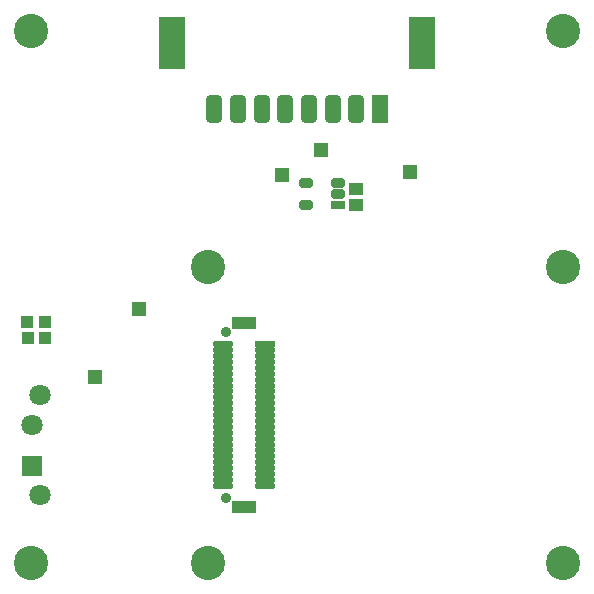
<source format=gts>
G04*
G04 #@! TF.GenerationSoftware,Altium Limited,Altium Designer,18.1.6 (161)*
G04*
G04 Layer_Color=8388736*
%FSLAX25Y25*%
%MOIN*%
G70*
G01*
G75*
%ADD28R,0.03950X0.03950*%
%ADD29R,0.07887X0.03950*%
%ADD30O,0.07099X0.01981*%
%ADD31R,0.07099X0.01981*%
%ADD32R,0.04737X0.04737*%
%ADD33R,0.04737X0.04737*%
%ADD34R,0.04147X0.04147*%
%ADD35R,0.04537X0.04143*%
%ADD36R,0.04737X0.03162*%
G04:AMPARAMS|DCode=37|XSize=31.62mil|YSize=47.37mil|CornerRadius=9.91mil|HoleSize=0mil|Usage=FLASHONLY|Rotation=270.000|XOffset=0mil|YOffset=0mil|HoleType=Round|Shape=RoundedRectangle|*
%AMROUNDEDRECTD37*
21,1,0.03162,0.02756,0,0,270.0*
21,1,0.01181,0.04737,0,0,270.0*
1,1,0.01981,-0.01378,-0.00591*
1,1,0.01981,-0.01378,0.00591*
1,1,0.01981,0.01378,0.00591*
1,1,0.01981,0.01378,-0.00591*
%
%ADD37ROUNDEDRECTD37*%
%ADD38R,0.08674X0.17335*%
%ADD39R,0.05524X0.09461*%
G04:AMPARAMS|DCode=40|XSize=55.24mil|YSize=94.61mil|CornerRadius=15.81mil|HoleSize=0mil|Usage=FLASHONLY|Rotation=180.000|XOffset=0mil|YOffset=0mil|HoleType=Round|Shape=RoundedRectangle|*
%AMROUNDEDRECTD40*
21,1,0.05524,0.06299,0,0,180.0*
21,1,0.02362,0.09461,0,0,180.0*
1,1,0.03162,-0.01181,0.03150*
1,1,0.03162,0.01181,0.03150*
1,1,0.03162,0.01181,-0.03150*
1,1,0.03162,-0.01181,-0.03150*
%
%ADD40ROUNDEDRECTD40*%
%ADD41C,0.07099*%
%ADD42R,0.07099X0.07099*%
%ADD43C,0.03556*%
%ADD44C,0.11430*%
D28*
X14567Y84803D02*
D03*
X8661D02*
D03*
D29*
X80709Y89764D02*
D03*
Y28346D02*
D03*
D30*
X73622Y82677D02*
D03*
Y80709D02*
D03*
Y78740D02*
D03*
Y76772D02*
D03*
Y74803D02*
D03*
Y72835D02*
D03*
Y70866D02*
D03*
Y68898D02*
D03*
Y66929D02*
D03*
Y64961D02*
D03*
Y62992D02*
D03*
Y61024D02*
D03*
Y59055D02*
D03*
Y57087D02*
D03*
Y55118D02*
D03*
Y53150D02*
D03*
Y51181D02*
D03*
Y49213D02*
D03*
Y47244D02*
D03*
Y45276D02*
D03*
Y43307D02*
D03*
Y41339D02*
D03*
Y39370D02*
D03*
Y37402D02*
D03*
Y35433D02*
D03*
X87795D02*
D03*
Y37402D02*
D03*
Y39370D02*
D03*
Y41339D02*
D03*
Y43307D02*
D03*
Y45276D02*
D03*
Y47244D02*
D03*
Y49213D02*
D03*
Y51181D02*
D03*
Y53150D02*
D03*
Y55118D02*
D03*
Y57087D02*
D03*
Y59055D02*
D03*
Y61024D02*
D03*
Y62992D02*
D03*
Y64961D02*
D03*
Y66929D02*
D03*
Y68898D02*
D03*
Y70866D02*
D03*
Y72835D02*
D03*
Y74803D02*
D03*
Y76772D02*
D03*
Y78740D02*
D03*
Y80709D02*
D03*
D31*
Y82677D02*
D03*
D32*
X136221Y140157D02*
D03*
X31102Y71815D02*
D03*
D33*
X45669Y94488D02*
D03*
X93307Y138976D02*
D03*
X106299Y147244D02*
D03*
D34*
X8465Y90158D02*
D03*
X14567D02*
D03*
D35*
X118110Y134252D02*
D03*
Y128937D02*
D03*
D36*
X112106D02*
D03*
D37*
Y132677D02*
D03*
Y136417D02*
D03*
X101279D02*
D03*
Y128937D02*
D03*
D38*
X140170Y182992D02*
D03*
X56706D02*
D03*
D39*
X125997Y161024D02*
D03*
D40*
X118123D02*
D03*
X110249D02*
D03*
X102375D02*
D03*
X94501D02*
D03*
X86627D02*
D03*
X78753D02*
D03*
X70879D02*
D03*
D41*
X12717Y65748D02*
D03*
Y32283D02*
D03*
X10236Y55905D02*
D03*
D42*
Y42126D02*
D03*
D43*
X74803Y86811D02*
D03*
Y31299D02*
D03*
D44*
X187008Y187008D02*
D03*
X9843D02*
D03*
Y9843D02*
D03*
X68898Y108268D02*
D03*
X187008D02*
D03*
Y9843D02*
D03*
X68898D02*
D03*
M02*

</source>
